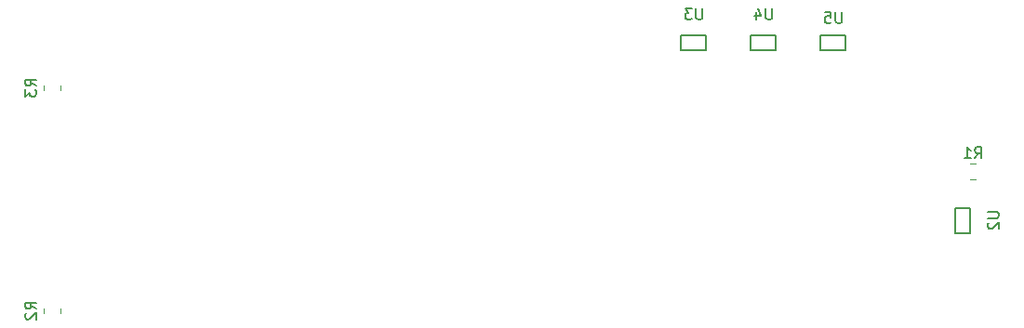
<source format=gbr>
G04 #@! TF.GenerationSoftware,KiCad,Pcbnew,(5.1.8)-1*
G04 #@! TF.CreationDate,2022-02-21T20:22:27+03:00*
G04 #@! TF.ProjectId,template-b,74656d70-6c61-4746-952d-622e6b696361,rev?*
G04 #@! TF.SameCoordinates,Original*
G04 #@! TF.FileFunction,Legend,Bot*
G04 #@! TF.FilePolarity,Positive*
%FSLAX46Y46*%
G04 Gerber Fmt 4.6, Leading zero omitted, Abs format (unit mm)*
G04 Created by KiCad (PCBNEW (5.1.8)-1) date 2022-02-21 20:22:27*
%MOMM*%
%LPD*%
G01*
G04 APERTURE LIST*
%ADD10C,0.120000*%
%ADD11C,0.150000*%
G04 APERTURE END LIST*
D10*
X27205000Y-33247064D02*
X27205000Y-32792936D01*
X28675000Y-33247064D02*
X28675000Y-32792936D01*
D11*
X100147500Y-28225000D02*
X97897500Y-28225000D01*
X97897500Y-28225000D02*
X97897500Y-29575000D01*
X97897500Y-29575000D02*
X100147500Y-29575000D01*
X100147500Y-29575000D02*
X100147500Y-28225000D01*
X93797500Y-28225000D02*
X91547500Y-28225000D01*
X91547500Y-28225000D02*
X91547500Y-29575000D01*
X91547500Y-29575000D02*
X93797500Y-29575000D01*
X93797500Y-29575000D02*
X93797500Y-28225000D01*
X87447500Y-28225000D02*
X85197500Y-28225000D01*
X85197500Y-28225000D02*
X85197500Y-29575000D01*
X85197500Y-29575000D02*
X87447500Y-29575000D01*
X87447500Y-29575000D02*
X87447500Y-28225000D01*
D10*
X28675000Y-53567064D02*
X28675000Y-53112936D01*
X27205000Y-53567064D02*
X27205000Y-53112936D01*
X111987064Y-41375000D02*
X111532936Y-41375000D01*
X111987064Y-39905000D02*
X111532936Y-39905000D01*
D11*
X111490000Y-43997500D02*
X110140000Y-43997500D01*
X111490000Y-46247500D02*
X111490000Y-43997500D01*
X110140000Y-46247500D02*
X111490000Y-46247500D01*
X110140000Y-43997500D02*
X110140000Y-46247500D01*
X26487380Y-32853333D02*
X26011190Y-32520000D01*
X26487380Y-32281904D02*
X25487380Y-32281904D01*
X25487380Y-32662857D01*
X25535000Y-32758095D01*
X25582619Y-32805714D01*
X25677857Y-32853333D01*
X25820714Y-32853333D01*
X25915952Y-32805714D01*
X25963571Y-32758095D01*
X26011190Y-32662857D01*
X26011190Y-32281904D01*
X25487380Y-33186666D02*
X25487380Y-33805714D01*
X25868333Y-33472380D01*
X25868333Y-33615238D01*
X25915952Y-33710476D01*
X25963571Y-33758095D01*
X26058809Y-33805714D01*
X26296904Y-33805714D01*
X26392142Y-33758095D01*
X26439761Y-33710476D01*
X26487380Y-33615238D01*
X26487380Y-33329523D01*
X26439761Y-33234285D01*
X26392142Y-33186666D01*
X99821904Y-26122380D02*
X99821904Y-26931904D01*
X99774285Y-27027142D01*
X99726666Y-27074761D01*
X99631428Y-27122380D01*
X99440952Y-27122380D01*
X99345714Y-27074761D01*
X99298095Y-27027142D01*
X99250476Y-26931904D01*
X99250476Y-26122380D01*
X98298095Y-26122380D02*
X98774285Y-26122380D01*
X98821904Y-26598571D01*
X98774285Y-26550952D01*
X98679047Y-26503333D01*
X98440952Y-26503333D01*
X98345714Y-26550952D01*
X98298095Y-26598571D01*
X98250476Y-26693809D01*
X98250476Y-26931904D01*
X98298095Y-27027142D01*
X98345714Y-27074761D01*
X98440952Y-27122380D01*
X98679047Y-27122380D01*
X98774285Y-27074761D01*
X98821904Y-27027142D01*
X93471904Y-25804880D02*
X93471904Y-26614404D01*
X93424285Y-26709642D01*
X93376666Y-26757261D01*
X93281428Y-26804880D01*
X93090952Y-26804880D01*
X92995714Y-26757261D01*
X92948095Y-26709642D01*
X92900476Y-26614404D01*
X92900476Y-25804880D01*
X91995714Y-26138214D02*
X91995714Y-26804880D01*
X92233809Y-25757261D02*
X92471904Y-26471547D01*
X91852857Y-26471547D01*
X87121904Y-25804880D02*
X87121904Y-26614404D01*
X87074285Y-26709642D01*
X87026666Y-26757261D01*
X86931428Y-26804880D01*
X86740952Y-26804880D01*
X86645714Y-26757261D01*
X86598095Y-26709642D01*
X86550476Y-26614404D01*
X86550476Y-25804880D01*
X86169523Y-25804880D02*
X85550476Y-25804880D01*
X85883809Y-26185833D01*
X85740952Y-26185833D01*
X85645714Y-26233452D01*
X85598095Y-26281071D01*
X85550476Y-26376309D01*
X85550476Y-26614404D01*
X85598095Y-26709642D01*
X85645714Y-26757261D01*
X85740952Y-26804880D01*
X86026666Y-26804880D01*
X86121904Y-26757261D01*
X86169523Y-26709642D01*
X26487380Y-53173333D02*
X26011190Y-52840000D01*
X26487380Y-52601904D02*
X25487380Y-52601904D01*
X25487380Y-52982857D01*
X25535000Y-53078095D01*
X25582619Y-53125714D01*
X25677857Y-53173333D01*
X25820714Y-53173333D01*
X25915952Y-53125714D01*
X25963571Y-53078095D01*
X26011190Y-52982857D01*
X26011190Y-52601904D01*
X25582619Y-53554285D02*
X25535000Y-53601904D01*
X25487380Y-53697142D01*
X25487380Y-53935238D01*
X25535000Y-54030476D01*
X25582619Y-54078095D01*
X25677857Y-54125714D01*
X25773095Y-54125714D01*
X25915952Y-54078095D01*
X26487380Y-53506666D01*
X26487380Y-54125714D01*
X111926666Y-39442380D02*
X112260000Y-38966190D01*
X112498095Y-39442380D02*
X112498095Y-38442380D01*
X112117142Y-38442380D01*
X112021904Y-38490000D01*
X111974285Y-38537619D01*
X111926666Y-38632857D01*
X111926666Y-38775714D01*
X111974285Y-38870952D01*
X112021904Y-38918571D01*
X112117142Y-38966190D01*
X112498095Y-38966190D01*
X110974285Y-39442380D02*
X111545714Y-39442380D01*
X111260000Y-39442380D02*
X111260000Y-38442380D01*
X111355238Y-38585238D01*
X111450476Y-38680476D01*
X111545714Y-38728095D01*
X113117380Y-44323095D02*
X113926904Y-44323095D01*
X114022142Y-44370714D01*
X114069761Y-44418333D01*
X114117380Y-44513571D01*
X114117380Y-44704047D01*
X114069761Y-44799285D01*
X114022142Y-44846904D01*
X113926904Y-44894523D01*
X113117380Y-44894523D01*
X113212619Y-45323095D02*
X113165000Y-45370714D01*
X113117380Y-45465952D01*
X113117380Y-45704047D01*
X113165000Y-45799285D01*
X113212619Y-45846904D01*
X113307857Y-45894523D01*
X113403095Y-45894523D01*
X113545952Y-45846904D01*
X114117380Y-45275476D01*
X114117380Y-45894523D01*
M02*

</source>
